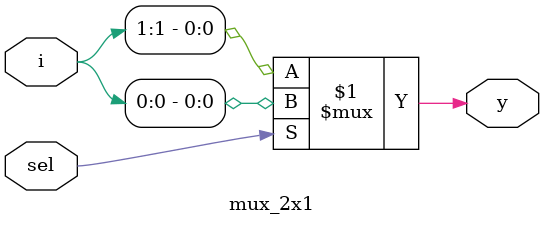
<source format=v>
module mux_2x1(i,sel, y);
input [1:0] i;
input sel;
output y;

assign y = sel ? i[0] : i[1];

endmodule

</source>
